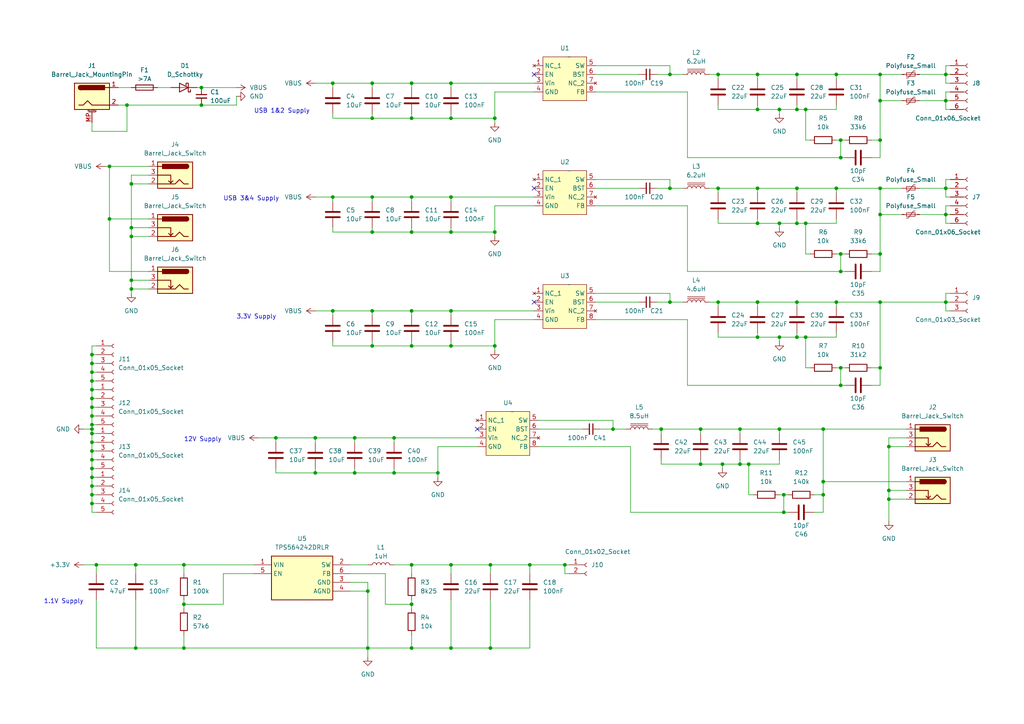
<source format=kicad_sch>
(kicad_sch (version 20230121) (generator eeschema)
  (paper "A4")
  (lib_symbols
    (symbol "Connector:Barrel_Jack_MountingPin" (pin_names hide)
      (property "Reference" "J" (at 0 5.334 0))
      (property "Value" "Barrel_Jack_MountingPin" (at 1.27 -6.35 0))
      (symbol "Barrel_Jack_MountingPin_1_1"
        (text "Mounting" (at 0 -4.191 0) (effects (font (size 0.381 0.381))))
        (pin passive line (at 7.62 2.54 180) (length 2.54) (name "~") (number "1"))
        (pin passive line (at 7.62 -2.54 180) (length 2.54) (name "~") (number "2"))
        (pin passive line (at 0 -7.62 90) (length 3.048) (name "MountPin") (number "MP"))
      )
    )
    (symbol "Connector:Barrel_Jack_Switch" (pin_names hide)
      (property "Reference" "J" (at 0 5.334 0))
      (property "Value" "Barrel_Jack_Switch" (at 0 -5.08 0))
      (symbol "Barrel_Jack_Switch_1_1"
        (pin passive line (at 7.62 2.54 180) (length 2.54) (name "~") (number "1"))
        (pin passive line (at 7.62 -2.54 180) (length 2.54) (name "~") (number "2"))
        (pin passive line (at 7.62 0 180) (length 2.54) (name "~") (number "3"))
      )
    )
    (symbol "Connector:Conn_01x02_Socket" (pin_names (offset 1.016) hide)
      (property "Reference" "J" (at 0 2.54 0))
      (property "Value" "Conn_01x02_Socket" (at 0 -5.08 0))
      (symbol "Conn_01x02_Socket_1_1"
        (pin passive line (at -5.08 0 0) (length 3.81) (name "Pin_1") (number "1"))
        (pin passive line (at -5.08 -2.54 0) (length 3.81) (name "Pin_2") (number "2"))
      )
    )
    (symbol "Connector:Conn_01x03_Socket" (pin_names (offset 1.016) hide)
      (property "Reference" "J" (at 0 5.08 0))
      (property "Value" "Conn_01x03_Socket" (at 0 -5.08 0))
      (symbol "Conn_01x03_Socket_1_1"
        (pin passive line (at -5.08 2.54 0) (length 3.81) (name "Pin_1") (number "1"))
        (pin passive line (at -5.08 0 0) (length 3.81) (name "Pin_2") (number "2"))
        (pin passive line (at -5.08 -2.54 0) (length 3.81) (name "Pin_3") (number "3"))
      )
    )
    (symbol "Connector:Conn_01x05_Socket" (pin_names (offset 1.016) hide)
      (property "Reference" "J" (at 0 7.62 0))
      (property "Value" "Conn_01x05_Socket" (at 0 -7.62 0))
      (symbol "Conn_01x05_Socket_1_1"
        (pin passive line (at -5.08 5.08 0) (length 3.81) (name "Pin_1") (number "1"))
        (pin passive line (at -5.08 2.54 0) (length 3.81) (name "Pin_2") (number "2"))
        (pin passive line (at -5.08 0 0) (length 3.81) (name "Pin_3") (number "3"))
        (pin passive line (at -5.08 -2.54 0) (length 3.81) (name "Pin_4") (number "4"))
        (pin passive line (at -5.08 -5.08 0) (length 3.81) (name "Pin_5") (number "5"))
      )
    )
    (symbol "Connector:Conn_01x06_Socket" (pin_names (offset 1.016) hide)
      (property "Reference" "J" (at 0 7.62 0))
      (property "Value" "Conn_01x06_Socket" (at 0 -10.16 0))
      (symbol "Conn_01x06_Socket_1_1"
        (pin passive line (at -5.08 5.08 0) (length 3.81) (name "Pin_1") (number "1"))
        (pin passive line (at -5.08 2.54 0) (length 3.81) (name "Pin_2") (number "2"))
        (pin passive line (at -5.08 0 0) (length 3.81) (name "Pin_3") (number "3"))
        (pin passive line (at -5.08 -2.54 0) (length 3.81) (name "Pin_4") (number "4"))
        (pin passive line (at -5.08 -5.08 0) (length 3.81) (name "Pin_5") (number "5"))
        (pin passive line (at -5.08 -7.62 0) (length 3.81) (name "Pin_6") (number "6"))
      )
    )
    (symbol "Device:C" (pin_numbers hide) (pin_names (offset 0.254))
      (property "Reference" "C" (at 0.635 2.54 0))
      (property "Value" "C" (at 0.635 -2.54 0))
      (symbol "C_1_1"
        (pin passive line (at 0 3.81 270) (length 2.794) (name "~") (number "1"))
        (pin passive line (at 0 -3.81 90) (length 2.794) (name "~") (number "2"))
      )
    )
    (symbol "Device:C_Small" (pin_numbers hide) (pin_names (offset 0.254) hide)
      (property "Reference" "C" (at 0.254 1.778 0))
      (property "Value" "C_Small" (at 0.254 -2.032 0))
      (symbol "C_Small_1_1"
        (pin passive line (at 0 2.54 270) (length 2.032) (name "~") (number "1"))
        (pin passive line (at 0 -2.54 90) (length 2.032) (name "~") (number "2"))
      )
    )
    (symbol "Device:D_Schottky" (pin_numbers hide) (pin_names (offset 1.016) hide)
      (property "Reference" "D" (at 0 2.54 0))
      (property "Value" "D_Schottky" (at 0 -2.54 0))
      (symbol "D_Schottky_1_1"
        (pin passive line (at -3.81 0 0) (length 2.54) (name "K") (number "1"))
        (pin passive line (at 3.81 0 180) (length 2.54) (name "A") (number "2"))
      )
    )
    (symbol "Device:Fuse" (pin_numbers hide) (pin_names (offset 0))
      (property "Reference" "F" (at 2.032 0 90))
      (property "Value" "Fuse" (at -1.905 0 90))
      (symbol "Fuse_1_1"
        (pin passive line (at 0 3.81 270) (length 1.27) (name "~") (number "1"))
        (pin passive line (at 0 -3.81 90) (length 1.27) (name "~") (number "2"))
      )
    )
    (symbol "Device:L" (pin_numbers hide) (pin_names (offset 1.016) hide)
      (property "Reference" "L" (at -1.27 0 90))
      (property "Value" "L" (at 1.905 0 90))
      (symbol "L_1_1"
        (pin passive line (at 0 3.81 270) (length 1.27) (name "1") (number "1"))
        (pin passive line (at 0 -3.81 90) (length 1.27) (name "2") (number "2"))
      )
    )
    (symbol "Device:L_Iron" (pin_numbers hide) (pin_names (offset 1.016) hide)
      (property "Reference" "L" (at -1.27 0 90))
      (property "Value" "L_Iron" (at 2.794 0 90))
      (symbol "L_Iron_1_1"
        (pin passive line (at 0 3.81 270) (length 1.27) (name "1") (number "1"))
        (pin passive line (at 0 -3.81 90) (length 1.27) (name "2") (number "2"))
      )
    )
    (symbol "Device:Polyfuse_Small" (pin_numbers hide) (pin_names (offset 0))
      (property "Reference" "F" (at -1.905 0 90))
      (property "Value" "Polyfuse_Small" (at 1.905 0 90))
      (symbol "Polyfuse_Small_1_1"
        (pin passive line (at 0 2.54 270) (length 0.635) (name "~") (number "1"))
        (pin passive line (at 0 -2.54 90) (length 0.635) (name "~") (number "2"))
      )
    )
    (symbol "Device:R" (pin_numbers hide) (pin_names (offset 0))
      (property "Reference" "R" (at 2.032 0 90))
      (property "Value" "R" (at 0 0 90))
      (symbol "R_1_1"
        (pin passive line (at 0 3.81 270) (length 1.27) (name "~") (number "1"))
        (pin passive line (at 0 -3.81 90) (length 1.27) (name "~") (number "2"))
      )
    )
    (symbol "TPS564242DRLR:TPS564242DRLR"
      (property "Reference" "IC" (at 24.13 7.62 0))
      (property "Value" "TPS564242DRLR" (at 24.13 5.08 0))
      (symbol "TPS564242DRLR_1_1"
        (pin passive line (at 0 0 0) (length 5.08) (name "VIN") (number "1"))
        (pin passive line (at 27.94 0 180) (length 5.08) (name "SW") (number "2"))
        (pin passive line (at 27.94 -5.08 180) (length 5.08) (name "GND") (number "3"))
        (pin passive line (at 27.94 -7.62 180) (length 5.08) (name "AGND") (number "4"))
        (pin passive line (at 0 -2.54 0) (length 5.08) (name "EN") (number "5"))
        (pin passive line (at 27.94 -2.54 180) (length 5.08) (name "FB") (number "6"))
      )
    )
    (symbol "Voltage_regulators:TPS563300DRLR"
      (property "Reference" "U" (at 0 2.54 0))
      (symbol "TPS563300DRLR_1_1"
        (pin no_connect line (at -10.16 -2.54 0) (length 2.54) (name "NC_1") (number "1"))
        (pin input line (at -10.16 -5.08 0) (length 2.54) (name "EN") (number "2"))
        (pin power_in line (at -10.16 -7.62 0) (length 2.54) (name "Vin") (number "3"))
        (pin power_in line (at -10.16 -10.16 0) (length 2.54) (name "GND") (number "4"))
        (pin output line (at 7.62 -2.54 180) (length 2.54) (name "SW") (number "5"))
        (pin output line (at 7.62 -5.08 180) (length 2.54) (name "BST") (number "6"))
        (pin no_connect line (at 7.62 -7.62 180) (length 2.54) (name "NC_2") (number "7"))
        (pin output line (at 7.62 -10.16 180) (length 2.54) (name "FB") (number "8"))
      )
    )
    (symbol "power:+3.3V" (power) (pin_names (offset 0))
      (property "Value" "+3.3V" (at 0 3.556 0))
      (symbol "+3.3V_1_1"
        (pin power_in line (at 0 0 90) (length 0) hide (name "+3.3V") (number "1"))
      )
    )
    (symbol "power:GND" (power) (pin_names (offset 0))
      (property "Value" "GND" (at 0 -3.81 0))
      (symbol "GND_1_1"
        (pin power_in line (at 0 0 270) (length 0) hide (name "GND") (number "1"))
      )
    )
    (symbol "power:VBUS" (power) (pin_names (offset 0))
      (property "Value" "VBUS" (at 0 3.81 0))
      (symbol "VBUS_1_1"
        (pin power_in line (at 0 0 90) (length 0) hide (name "VBUS") (number "1"))
      )
    )
  )
  (junction (at 219.71 31.75))
  (junction (at 130.81 57.15))
  (junction (at 143.51 34.29))
  (junction (at 26.67 120.65))
  (junction (at 257.81 129.54))
  (junction (at 243.84 73.66))
  (junction (at 194.31 54.61))
  (junction (at 191.77 124.46))
  (junction (at 114.3 137.16))
  (junction (at 194.31 87.63))
  (junction (at 142.24 163.83))
  (junction (at 217.17 134.62))
  (junction (at 208.28 54.61))
  (junction (at 119.38 175.26))
  (junction (at 107.95 24.13))
  (junction (at 26.67 107.95))
  (junction (at 226.06 97.79))
  (junction (at 26.67 105.41))
  (junction (at 226.06 31.75))
  (junction (at 107.95 34.29))
  (junction (at 233.68 64.77))
  (junction (at 130.81 67.31))
  (junction (at 231.14 21.59))
  (junction (at 274.32 87.63))
  (junction (at 26.67 133.35))
  (junction (at 26.67 124.46))
  (junction (at 119.38 90.17))
  (junction (at 119.38 67.31))
  (junction (at 274.32 29.21))
  (junction (at 233.68 97.79))
  (junction (at 219.71 87.63))
  (junction (at 106.68 187.96))
  (junction (at 243.84 40.64))
  (junction (at 231.14 31.75))
  (junction (at 80.01 127))
  (junction (at 102.87 137.16))
  (junction (at 177.8 124.46))
  (junction (at 255.27 40.64))
  (junction (at 107.95 100.33))
  (junction (at 219.71 97.79))
  (junction (at 231.14 54.61))
  (junction (at 107.95 57.15))
  (junction (at 274.32 21.59))
  (junction (at 255.27 54.61))
  (junction (at 257.81 142.24))
  (junction (at 238.76 139.7))
  (junction (at 142.24 187.96))
  (junction (at 39.37 187.96))
  (junction (at 233.68 31.75))
  (junction (at 127 137.16))
  (junction (at 242.57 87.63))
  (junction (at 226.06 64.77))
  (junction (at 38.1 53.34))
  (junction (at 38.1 81.28))
  (junction (at 114.3 127))
  (junction (at 238.76 124.46))
  (junction (at 214.63 124.46))
  (junction (at 208.28 21.59))
  (junction (at 219.71 64.77))
  (junction (at 255.27 106.68))
  (junction (at 26.67 123.19))
  (junction (at 38.1 66.04))
  (junction (at 219.71 54.61))
  (junction (at 257.81 144.78))
  (junction (at 38.1 83.82))
  (junction (at 130.81 100.33))
  (junction (at 26.67 102.87))
  (junction (at 231.14 87.63))
  (junction (at 153.67 163.83))
  (junction (at 58.42 25.4))
  (junction (at 143.51 100.33))
  (junction (at 39.37 163.83))
  (junction (at 243.84 78.74))
  (junction (at 26.67 110.49))
  (junction (at 208.28 87.63))
  (junction (at 214.63 134.62))
  (junction (at 58.42 30.48))
  (junction (at 119.38 163.83))
  (junction (at 106.68 171.45))
  (junction (at 242.57 21.59))
  (junction (at 130.81 163.83))
  (junction (at 96.52 90.17))
  (junction (at 242.57 54.61))
  (junction (at 255.27 62.23))
  (junction (at 26.67 138.43))
  (junction (at 130.81 187.96))
  (junction (at 119.38 24.13))
  (junction (at 102.87 127))
  (junction (at 26.67 135.89))
  (junction (at 107.95 90.17))
  (junction (at 209.55 134.62))
  (junction (at 243.84 111.76))
  (junction (at 91.44 127))
  (junction (at 26.67 128.27))
  (junction (at 255.27 21.59))
  (junction (at 203.2 124.46))
  (junction (at 119.38 57.15))
  (junction (at 255.27 29.21))
  (junction (at 53.34 175.26))
  (junction (at 26.67 115.57))
  (junction (at 255.27 73.66))
  (junction (at 53.34 187.96))
  (junction (at 194.31 21.59))
  (junction (at 130.81 34.29))
  (junction (at 219.71 21.59))
  (junction (at 36.83 30.48))
  (junction (at 227.33 148.59))
  (junction (at 31.75 63.5))
  (junction (at 227.33 143.51))
  (junction (at 119.38 34.29))
  (junction (at 231.14 97.79))
  (junction (at 91.44 137.16))
  (junction (at 53.34 163.83))
  (junction (at 231.14 64.77))
  (junction (at 107.95 67.31))
  (junction (at 119.38 187.96))
  (junction (at 26.67 130.81))
  (junction (at 26.67 118.11))
  (junction (at 130.81 90.17))
  (junction (at 238.76 143.51))
  (junction (at 163.83 163.83))
  (junction (at 226.06 124.46))
  (junction (at 243.84 45.72))
  (junction (at 255.27 87.63))
  (junction (at 27.94 163.83))
  (junction (at 243.84 106.68))
  (junction (at 31.75 48.26))
  (junction (at 96.52 24.13))
  (junction (at 274.32 54.61))
  (junction (at 130.81 24.13))
  (junction (at 96.52 57.15))
  (junction (at 203.2 134.62))
  (junction (at 143.51 67.31))
  (junction (at 274.32 62.23))
  (junction (at 26.67 140.97))
  (junction (at 26.67 143.51))
  (junction (at 38.1 68.58))
  (junction (at 26.67 113.03))
  (junction (at 26.67 125.73))
  (junction (at 119.38 100.33))
  (junction (at 26.67 146.05))
  (no_connect (at 154.94 21.59))
  (no_connect (at 154.94 87.63))
  (no_connect (at 138.43 124.46))
  (no_connect (at 154.94 54.61))
  (wire (pts (xy 238.76 124.46) (xy 262.89 124.46)))
  (wire (pts (xy 255.27 111.76) (xy 252.73 111.76)))
  (wire (pts (xy 101.6 171.45) (xy 106.68 171.45)))
  (wire (pts (xy 107.95 58.42) (xy 107.95 57.15)))
  (wire (pts (xy 26.67 118.11) (xy 27.94 118.11)))
  (wire (pts (xy 231.14 96.52) (xy 231.14 97.79)))
  (wire (pts (xy 231.14 64.77) (xy 233.68 64.77)))
  (wire (pts (xy 114.3 127) (xy 114.3 128.27)))
  (wire (pts (xy 252.73 73.66) (xy 255.27 73.66)))
  (wire (pts (xy 274.32 29.21) (xy 275.59 29.21)))
  (wire (pts (xy 172.72 19.05) (xy 194.31 19.05)))
  (wire (pts (xy 24.13 124.46) (xy 26.67 124.46)))
  (wire (pts (xy 214.63 124.46) (xy 226.06 124.46)))
  (wire (pts (xy 38.1 68.58) (xy 43.18 68.58)))
  (wire (pts (xy 255.27 54.61) (xy 261.62 54.61)))
  (wire (pts (xy 208.28 21.59) (xy 219.71 21.59)))
  (wire (pts (xy 96.52 100.33) (xy 107.95 100.33)))
  (wire (pts (xy 38.1 85.09) (xy 38.1 83.82)))
  (wire (pts (xy 26.67 143.51) (xy 26.67 140.97)))
  (wire (pts (xy 143.51 92.71) (xy 154.94 92.71)))
  (wire (pts (xy 31.75 63.5) (xy 31.75 78.74)))
  (wire (pts (xy 208.28 87.63) (xy 219.71 87.63)))
  (wire (pts (xy 238.76 139.7) (xy 238.76 143.51)))
  (wire (pts (xy 219.71 87.63) (xy 219.71 88.9)))
  (wire (pts (xy 26.67 107.95) (xy 26.67 110.49)))
  (wire (pts (xy 205.74 87.63) (xy 208.28 87.63)))
  (wire (pts (xy 274.32 21.59) (xy 275.59 21.59)))
  (wire (pts (xy 219.71 21.59) (xy 231.14 21.59)))
  (wire (pts (xy 255.27 40.64) (xy 255.27 45.72)))
  (wire (pts (xy 199.39 59.69) (xy 172.72 59.69)))
  (wire (pts (xy 243.84 73.66) (xy 243.84 78.74)))
  (wire (pts (xy 119.38 163.83) (xy 130.81 163.83)))
  (wire (pts (xy 227.33 148.59) (xy 228.6 148.59)))
  (wire (pts (xy 26.67 125.73) (xy 27.94 125.73)))
  (wire (pts (xy 39.37 187.96) (xy 39.37 173.99)))
  (wire (pts (xy 26.67 133.35) (xy 26.67 135.89)))
  (wire (pts (xy 208.28 54.61) (xy 219.71 54.61)))
  (wire (pts (xy 111.76 166.37) (xy 101.6 166.37)))
  (wire (pts (xy 106.68 171.45) (xy 106.68 168.91)))
  (wire (pts (xy 226.06 66.04) (xy 226.06 64.77)))
  (wire (pts (xy 138.43 127) (xy 114.3 127)))
  (wire (pts (xy 199.39 111.76) (xy 199.39 92.71)))
  (wire (pts (xy 242.57 73.66) (xy 243.84 73.66)))
  (wire (pts (xy 255.27 73.66) (xy 255.27 78.74)))
  (wire (pts (xy 119.38 67.31) (xy 119.38 66.04)))
  (wire (pts (xy 130.81 24.13) (xy 119.38 24.13)))
  (wire (pts (xy 119.38 34.29) (xy 119.38 33.02)))
  (wire (pts (xy 203.2 133.35) (xy 203.2 134.62)))
  (wire (pts (xy 26.67 124.46) (xy 26.67 125.73)))
  (wire (pts (xy 274.32 87.63) (xy 275.59 87.63)))
  (wire (pts (xy 266.7 29.21) (xy 274.32 29.21)))
  (wire (pts (xy 142.24 163.83) (xy 153.67 163.83)))
  (wire (pts (xy 26.67 105.41) (xy 27.94 105.41)))
  (wire (pts (xy 255.27 21.59) (xy 261.62 21.59)))
  (wire (pts (xy 238.76 143.51) (xy 238.76 148.59)))
  (wire (pts (xy 226.06 33.02) (xy 226.06 31.75)))
  (wire (pts (xy 27.94 163.83) (xy 27.94 166.37)))
  (wire (pts (xy 226.06 31.75) (xy 231.14 31.75)))
  (wire (pts (xy 119.38 184.15) (xy 119.38 187.96)))
  (wire (pts (xy 107.95 24.13) (xy 96.52 24.13)))
  (wire (pts (xy 26.67 146.05) (xy 27.94 146.05)))
  (wire (pts (xy 231.14 30.48) (xy 231.14 31.75)))
  (wire (pts (xy 154.94 57.15) (xy 130.81 57.15)))
  (wire (pts (xy 257.81 151.13) (xy 257.81 144.78)))
  (wire (pts (xy 53.34 187.96) (xy 53.34 184.15)))
  (wire (pts (xy 274.32 21.59) (xy 274.32 19.05)))
  (wire (pts (xy 38.1 81.28) (xy 43.18 81.28)))
  (wire (pts (xy 127 129.54) (xy 138.43 129.54)))
  (wire (pts (xy 274.32 90.17) (xy 275.59 90.17)))
  (wire (pts (xy 91.44 127) (xy 102.87 127)))
  (wire (pts (xy 107.95 100.33) (xy 107.95 99.06)))
  (wire (pts (xy 205.74 54.61) (xy 208.28 54.61)))
  (wire (pts (xy 173.99 124.46) (xy 177.8 124.46)))
  (wire (pts (xy 274.32 87.63) (xy 274.32 85.09)))
  (wire (pts (xy 226.06 64.77) (xy 219.71 64.77)))
  (wire (pts (xy 257.81 129.54) (xy 262.89 129.54)))
  (wire (pts (xy 199.39 92.71) (xy 172.72 92.71)))
  (wire (pts (xy 274.32 54.61) (xy 275.59 54.61)))
  (wire (pts (xy 119.38 187.96) (xy 130.81 187.96)))
  (wire (pts (xy 26.67 143.51) (xy 27.94 143.51)))
  (wire (pts (xy 194.31 87.63) (xy 198.12 87.63)))
  (wire (pts (xy 30.48 48.26) (xy 31.75 48.26)))
  (wire (pts (xy 26.67 124.46) (xy 26.67 123.19)))
  (wire (pts (xy 163.83 163.83) (xy 163.83 166.37)))
  (wire (pts (xy 238.76 148.59) (xy 236.22 148.59)))
  (wire (pts (xy 142.24 163.83) (xy 142.24 166.37)))
  (wire (pts (xy 190.5 87.63) (xy 194.31 87.63)))
  (wire (pts (xy 182.88 148.59) (xy 182.88 129.54)))
  (wire (pts (xy 274.32 85.09) (xy 275.59 85.09)))
  (wire (pts (xy 26.67 135.89) (xy 27.94 135.89)))
  (wire (pts (xy 231.14 54.61) (xy 242.57 54.61)))
  (wire (pts (xy 231.14 54.61) (xy 231.14 55.88)))
  (wire (pts (xy 45.72 25.4) (xy 49.53 25.4)))
  (wire (pts (xy 130.81 163.83) (xy 142.24 163.83)))
  (wire (pts (xy 274.32 52.07) (xy 275.59 52.07)))
  (wire (pts (xy 243.84 45.72) (xy 199.39 45.72)))
  (wire (pts (xy 26.67 115.57) (xy 27.94 115.57)))
  (wire (pts (xy 91.44 137.16) (xy 102.87 137.16)))
  (wire (pts (xy 226.06 64.77) (xy 231.14 64.77)))
  (wire (pts (xy 274.32 19.05) (xy 275.59 19.05)))
  (wire (pts (xy 209.55 135.89) (xy 209.55 134.62)))
  (wire (pts (xy 219.71 64.77) (xy 208.28 64.77)))
  (wire (pts (xy 31.75 78.74) (xy 43.18 78.74)))
  (wire (pts (xy 257.81 129.54) (xy 257.81 127)))
  (wire (pts (xy 26.67 135.89) (xy 26.67 138.43)))
  (wire (pts (xy 194.31 85.09) (xy 194.31 87.63)))
  (wire (pts (xy 91.44 24.13) (xy 96.52 24.13)))
  (wire (pts (xy 154.94 90.17) (xy 130.81 90.17)))
  (wire (pts (xy 80.01 127) (xy 80.01 128.27)))
  (wire (pts (xy 226.06 124.46) (xy 238.76 124.46)))
  (wire (pts (xy 119.38 100.33) (xy 119.38 99.06)))
  (wire (pts (xy 26.67 123.19) (xy 27.94 123.19)))
  (wire (pts (xy 143.51 26.67) (xy 143.51 34.29)))
  (wire (pts (xy 143.51 26.67) (xy 154.94 26.67)))
  (wire (pts (xy 143.51 101.6) (xy 143.51 100.33)))
  (wire (pts (xy 26.67 110.49) (xy 27.94 110.49)))
  (wire (pts (xy 255.27 62.23) (xy 255.27 73.66)))
  (wire (pts (xy 26.67 120.65) (xy 27.94 120.65)))
  (wire (pts (xy 242.57 21.59) (xy 255.27 21.59)))
  (wire (pts (xy 177.8 121.92) (xy 177.8 124.46)))
  (wire (pts (xy 91.44 127) (xy 80.01 127)))
  (wire (pts (xy 130.81 67.31) (xy 130.81 66.04)))
  (wire (pts (xy 252.73 106.68) (xy 255.27 106.68)))
  (wire (pts (xy 73.66 166.37) (xy 64.77 166.37)))
  (wire (pts (xy 266.7 54.61) (xy 274.32 54.61)))
  (wire (pts (xy 227.33 148.59) (xy 182.88 148.59)))
  (wire (pts (xy 38.1 53.34) (xy 38.1 50.8)))
  (wire (pts (xy 199.39 26.67) (xy 172.72 26.67)))
  (wire (pts (xy 27.94 187.96) (xy 27.94 173.99)))
  (wire (pts (xy 107.95 100.33) (xy 119.38 100.33)))
  (wire (pts (xy 57.15 25.4) (xy 58.42 25.4)))
  (wire (pts (xy 38.1 81.28) (xy 38.1 68.58)))
  (wire (pts (xy 119.38 163.83) (xy 119.38 166.37)))
  (wire (pts (xy 38.1 66.04) (xy 38.1 53.34)))
  (wire (pts (xy 26.67 110.49) (xy 26.67 113.03)))
  (wire (pts (xy 255.27 29.21) (xy 255.27 21.59)))
  (wire (pts (xy 39.37 163.83) (xy 27.94 163.83)))
  (wire (pts (xy 266.7 21.59) (xy 274.32 21.59)))
  (wire (pts (xy 53.34 175.26) (xy 53.34 176.53)))
  (wire (pts (xy 130.81 187.96) (xy 130.81 173.99)))
  (wire (pts (xy 242.57 97.79) (xy 242.57 96.52)))
  (wire (pts (xy 274.32 87.63) (xy 274.32 90.17)))
  (wire (pts (xy 38.1 66.04) (xy 43.18 66.04)))
  (wire (pts (xy 96.52 67.31) (xy 107.95 67.31)))
  (wire (pts (xy 156.21 121.92) (xy 177.8 121.92)))
  (wire (pts (xy 243.84 45.72) (xy 245.11 45.72)))
  (wire (pts (xy 153.67 187.96) (xy 153.67 173.99)))
  (wire (pts (xy 208.28 87.63) (xy 208.28 88.9)))
  (wire (pts (xy 64.77 175.26) (xy 53.34 175.26)))
  (wire (pts (xy 39.37 187.96) (xy 27.94 187.96)))
  (wire (pts (xy 96.52 57.15) (xy 96.52 58.42)))
  (wire (pts (xy 91.44 128.27) (xy 91.44 127)))
  (wire (pts (xy 257.81 144.78) (xy 262.89 144.78)))
  (wire (pts (xy 219.71 96.52) (xy 219.71 97.79)))
  (wire (pts (xy 26.67 102.87) (xy 26.67 100.33)))
  (wire (pts (xy 24.13 163.83) (xy 27.94 163.83)))
  (wire (pts (xy 274.32 64.77) (xy 275.59 64.77)))
  (wire (pts (xy 143.51 59.69) (xy 143.51 67.31)))
  (wire (pts (xy 190.5 54.61) (xy 194.31 54.61)))
  (wire (pts (xy 233.68 73.66) (xy 233.68 64.77)))
  (wire (pts (xy 172.72 85.09) (xy 194.31 85.09)))
  (wire (pts (xy 68.58 30.48) (xy 68.58 27.94)))
  (wire (pts (xy 143.51 68.58) (xy 143.51 67.31)))
  (wire (pts (xy 26.67 102.87) (xy 27.94 102.87)))
  (wire (pts (xy 26.67 128.27) (xy 26.67 125.73)))
  (wire (pts (xy 38.1 68.58) (xy 38.1 66.04)))
  (wire (pts (xy 242.57 54.61) (xy 242.57 55.88)))
  (wire (pts (xy 219.71 54.61) (xy 219.71 55.88)))
  (wire (pts (xy 233.68 97.79) (xy 242.57 97.79)))
  (wire (pts (xy 231.14 63.5) (xy 231.14 64.77)))
  (wire (pts (xy 130.81 57.15) (xy 130.81 58.42)))
  (wire (pts (xy 36.83 30.48) (xy 58.42 30.48)))
  (wire (pts (xy 209.55 134.62) (xy 214.63 134.62)))
  (wire (pts (xy 119.38 173.99) (xy 119.38 175.26)))
  (wire (pts (xy 255.27 87.63) (xy 274.32 87.63)))
  (wire (pts (xy 26.67 148.59) (xy 27.94 148.59)))
  (wire (pts (xy 26.67 118.11) (xy 26.67 115.57)))
  (wire (pts (xy 226.06 97.79) (xy 231.14 97.79)))
  (wire (pts (xy 231.14 31.75) (xy 233.68 31.75)))
  (wire (pts (xy 26.67 138.43) (xy 27.94 138.43)))
  (wire (pts (xy 199.39 45.72) (xy 199.39 26.67)))
  (wire (pts (xy 74.93 127) (xy 80.01 127)))
  (wire (pts (xy 203.2 124.46) (xy 214.63 124.46)))
  (wire (pts (xy 266.7 62.23) (xy 274.32 62.23)))
  (wire (pts (xy 101.6 163.83) (xy 106.68 163.83)))
  (wire (pts (xy 238.76 124.46) (xy 238.76 139.7)))
  (wire (pts (xy 106.68 187.96) (xy 106.68 171.45)))
  (wire (pts (xy 96.52 24.13) (xy 96.52 25.4)))
  (wire (pts (xy 219.71 87.63) (xy 231.14 87.63)))
  (wire (pts (xy 233.68 31.75) (xy 242.57 31.75)))
  (wire (pts (xy 242.57 21.59) (xy 242.57 22.86)))
  (wire (pts (xy 130.81 100.33) (xy 130.81 99.06)))
  (wire (pts (xy 226.06 97.79) (xy 219.71 97.79)))
  (wire (pts (xy 234.95 40.64) (xy 233.68 40.64)))
  (wire (pts (xy 257.81 144.78) (xy 257.81 142.24)))
  (wire (pts (xy 156.21 124.46) (xy 168.91 124.46)))
  (wire (pts (xy 107.95 24.13) (xy 119.38 24.13)))
  (wire (pts (xy 219.71 21.59) (xy 219.71 22.86)))
  (wire (pts (xy 26.67 133.35) (xy 27.94 133.35)))
  (wire (pts (xy 255.27 62.23) (xy 261.62 62.23)))
  (wire (pts (xy 203.2 124.46) (xy 203.2 125.73)))
  (wire (pts (xy 172.72 21.59) (xy 185.42 21.59)))
  (wire (pts (xy 130.81 163.83) (xy 130.81 166.37)))
  (wire (pts (xy 102.87 127) (xy 102.87 128.27)))
  (wire (pts (xy 257.81 127) (xy 262.89 127)))
  (wire (pts (xy 143.51 59.69) (xy 154.94 59.69)))
  (wire (pts (xy 80.01 137.16) (xy 80.01 135.89)))
  (wire (pts (xy 219.71 63.5) (xy 219.71 64.77)))
  (wire (pts (xy 274.32 54.61) (xy 274.32 57.15)))
  (wire (pts (xy 226.06 99.06) (xy 226.06 97.79)))
  (wire (pts (xy 107.95 67.31) (xy 119.38 67.31)))
  (wire (pts (xy 274.32 29.21) (xy 274.32 26.67)))
  (wire (pts (xy 153.67 163.83) (xy 163.83 163.83)))
  (wire (pts (xy 106.68 187.96) (xy 53.34 187.96)))
  (wire (pts (xy 26.67 130.81) (xy 27.94 130.81)))
  (wire (pts (xy 73.66 163.83) (xy 53.34 163.83)))
  (wire (pts (xy 38.1 83.82) (xy 38.1 81.28)))
  (wire (pts (xy 130.81 24.13) (xy 130.81 25.4)))
  (wire (pts (xy 214.63 134.62) (xy 217.17 134.62)))
  (wire (pts (xy 274.32 21.59) (xy 274.32 24.13)))
  (wire (pts (xy 58.42 25.4) (xy 68.58 25.4)))
  (wire (pts (xy 233.68 40.64) (xy 233.68 31.75)))
  (wire (pts (xy 114.3 127) (xy 102.87 127)))
  (wire (pts (xy 107.95 34.29) (xy 119.38 34.29)))
  (wire (pts (xy 231.14 21.59) (xy 231.14 22.86)))
  (wire (pts (xy 114.3 137.16) (xy 114.3 135.89)))
  (wire (pts (xy 26.67 100.33) (xy 27.94 100.33)))
  (wire (pts (xy 238.76 139.7) (xy 262.89 139.7)))
  (wire (pts (xy 208.28 54.61) (xy 208.28 55.88)))
  (wire (pts (xy 91.44 137.16) (xy 91.44 135.89)))
  (wire (pts (xy 38.1 50.8) (xy 43.18 50.8)))
  (wire (pts (xy 107.95 57.15) (xy 119.38 57.15)))
  (wire (pts (xy 194.31 21.59) (xy 198.12 21.59)))
  (wire (pts (xy 218.44 143.51) (xy 217.17 143.51)))
  (wire (pts (xy 53.34 175.26) (xy 53.34 173.99)))
  (wire (pts (xy 107.95 90.17) (xy 119.38 90.17)))
  (wire (pts (xy 172.72 52.07) (xy 194.31 52.07)))
  (wire (pts (xy 130.81 100.33) (xy 143.51 100.33)))
  (wire (pts (xy 142.24 173.99) (xy 142.24 187.96)))
  (wire (pts (xy 119.38 57.15) (xy 119.38 58.42)))
  (wire (pts (xy 274.32 54.61) (xy 274.32 52.07)))
  (wire (pts (xy 111.76 175.26) (xy 111.76 166.37)))
  (wire (pts (xy 226.06 134.62) (xy 226.06 133.35)))
  (wire (pts (xy 233.68 64.77) (xy 242.57 64.77)))
  (wire (pts (xy 34.29 30.48) (xy 36.83 30.48)))
  (wire (pts (xy 242.57 64.77) (xy 242.57 63.5)))
  (wire (pts (xy 130.81 57.15) (xy 119.38 57.15)))
  (wire (pts (xy 214.63 133.35) (xy 214.63 134.62)))
  (wire (pts (xy 194.31 52.07) (xy 194.31 54.61)))
  (wire (pts (xy 274.32 24.13) (xy 275.59 24.13)))
  (wire (pts (xy 205.74 21.59) (xy 208.28 21.59)))
  (wire (pts (xy 234.95 106.68) (xy 233.68 106.68)))
  (wire (pts (xy 26.67 105.41) (xy 26.67 102.87)))
  (wire (pts (xy 163.83 166.37) (xy 165.1 166.37)))
  (wire (pts (xy 114.3 137.16) (xy 127 137.16)))
  (wire (pts (xy 107.95 91.44) (xy 107.95 90.17)))
  (wire (pts (xy 172.72 87.63) (xy 185.42 87.63)))
  (wire (pts (xy 64.77 166.37) (xy 64.77 175.26)))
  (wire (pts (xy 119.38 67.31) (xy 130.81 67.31)))
  (wire (pts (xy 130.81 90.17) (xy 119.38 90.17)))
  (wire (pts (xy 194.31 19.05) (xy 194.31 21.59)))
  (wire (pts (xy 34.29 25.4) (xy 38.1 25.4)))
  (wire (pts (xy 274.32 57.15) (xy 275.59 57.15)))
  (wire (pts (xy 243.84 78.74) (xy 199.39 78.74)))
  (wire (pts (xy 26.67 130.81) (xy 26.67 128.27)))
  (wire (pts (xy 199.39 78.74) (xy 199.39 59.69)))
  (wire (pts (xy 208.28 21.59) (xy 208.28 22.86)))
  (wire (pts (xy 255.27 106.68) (xy 255.27 111.76)))
  (wire (pts (xy 153.67 163.83) (xy 153.67 166.37)))
  (wire (pts (xy 130.81 34.29) (xy 130.81 33.02)))
  (wire (pts (xy 96.52 34.29) (xy 96.52 33.02)))
  (wire (pts (xy 234.95 73.66) (xy 233.68 73.66)))
  (wire (pts (xy 236.22 143.51) (xy 238.76 143.51)))
  (wire (pts (xy 26.67 130.81) (xy 26.67 133.35)))
  (wire (pts (xy 208.28 31.75) (xy 208.28 30.48)))
  (wire (pts (xy 127 138.43) (xy 127 137.16)))
  (wire (pts (xy 96.52 34.29) (xy 107.95 34.29)))
  (wire (pts (xy 119.38 34.29) (xy 130.81 34.29)))
  (wire (pts (xy 191.77 134.62) (xy 191.77 133.35)))
  (wire (pts (xy 107.95 67.31) (xy 107.95 66.04)))
  (wire (pts (xy 274.32 62.23) (xy 275.59 62.23)))
  (wire (pts (xy 242.57 87.63) (xy 242.57 88.9)))
  (wire (pts (xy 214.63 124.46) (xy 214.63 125.73)))
  (wire (pts (xy 26.67 105.41) (xy 26.67 107.95)))
  (wire (pts (xy 26.67 120.65) (xy 26.67 123.19)))
  (wire (pts (xy 130.81 187.96) (xy 142.24 187.96)))
  (wire (pts (xy 96.52 67.31) (xy 96.52 66.04)))
  (wire (pts (xy 219.71 31.75) (xy 208.28 31.75)))
  (wire (pts (xy 91.44 90.17) (xy 96.52 90.17)))
  (wire (pts (xy 182.88 129.54) (xy 156.21 129.54)))
  (wire (pts (xy 274.32 59.69) (xy 275.59 59.69)))
  (wire (pts (xy 209.55 134.62) (xy 203.2 134.62)))
  (wire (pts (xy 226.06 31.75) (xy 219.71 31.75)))
  (wire (pts (xy 231.14 87.63) (xy 231.14 88.9)))
  (wire (pts (xy 26.67 146.05) (xy 26.67 148.59)))
  (wire (pts (xy 154.94 24.13) (xy 130.81 24.13)))
  (wire (pts (xy 274.32 26.67) (xy 275.59 26.67)))
  (wire (pts (xy 38.1 53.34) (xy 43.18 53.34)))
  (wire (pts (xy 242.57 54.61) (xy 255.27 54.61)))
  (wire (pts (xy 96.52 90.17) (xy 96.52 91.44)))
  (wire (pts (xy 107.95 25.4) (xy 107.95 24.13)))
  (wire (pts (xy 189.23 124.46) (xy 191.77 124.46)))
  (wire (pts (xy 172.72 54.61) (xy 185.42 54.61)))
  (wire (pts (xy 190.5 21.59) (xy 194.31 21.59)))
  (wire (pts (xy 114.3 163.83) (xy 119.38 163.83)))
  (wire (pts (xy 219.71 30.48) (xy 219.71 31.75)))
  (wire (pts (xy 219.71 97.79) (xy 208.28 97.79)))
  (wire (pts (xy 242.57 31.75) (xy 242.57 30.48)))
  (wire (pts (xy 107.95 34.29) (xy 107.95 33.02)))
  (wire (pts (xy 26.67 35.56) (xy 26.67 38.1)))
  (wire (pts (xy 217.17 134.62) (xy 226.06 134.62)))
  (wire (pts (xy 252.73 40.64) (xy 255.27 40.64)))
  (wire (pts (xy 58.42 30.48) (xy 68.58 30.48)))
  (wire (pts (xy 31.75 63.5) (xy 43.18 63.5)))
  (wire (pts (xy 130.81 67.31) (xy 143.51 67.31)))
  (wire (pts (xy 243.84 73.66) (xy 245.11 73.66)))
  (wire (pts (xy 143.51 92.71) (xy 143.51 100.33)))
  (wire (pts (xy 143.51 35.56) (xy 143.51 34.29)))
  (wire (pts (xy 255.27 29.21) (xy 255.27 40.64)))
  (wire (pts (xy 163.83 163.83) (xy 165.1 163.83)))
  (wire (pts (xy 106.68 168.91) (xy 101.6 168.91)))
  (wire (pts (xy 191.77 124.46) (xy 191.77 125.73)))
  (wire (pts (xy 231.14 21.59) (xy 242.57 21.59)))
  (wire (pts (xy 208.28 64.77) (xy 208.28 63.5)))
  (wire (pts (xy 191.77 124.46) (xy 203.2 124.46)))
  (wire (pts (xy 39.37 163.83) (xy 39.37 166.37)))
  (wire (pts (xy 26.67 115.57) (xy 26.67 113.03)))
  (wire (pts (xy 26.67 107.95) (xy 27.94 107.95)))
  (wire (pts (xy 274.32 29.21) (xy 274.32 31.75)))
  (wire (pts (xy 274.32 62.23) (xy 274.32 64.77)))
  (wire (pts (xy 102.87 137.16) (xy 114.3 137.16)))
  (wire (pts (xy 38.1 83.82) (xy 43.18 83.82)))
  (wire (pts (xy 243.84 40.64) (xy 245.11 40.64)))
  (wire (pts (xy 226.06 143.51) (xy 227.33 143.51)))
  (wire (pts (xy 243.84 78.74) (xy 245.11 78.74)))
  (wire (pts (xy 242.57 40.64) (xy 243.84 40.64)))
  (wire (pts (xy 243.84 111.76) (xy 199.39 111.76)))
  (wire (pts (xy 243.84 111.76) (xy 245.11 111.76)))
  (wire (pts (xy 107.95 90.17) (xy 96.52 90.17)))
  (wire (pts (xy 194.31 54.61) (xy 198.12 54.61)))
  (wire (pts (xy 106.68 190.5) (xy 106.68 187.96)))
  (wire (pts (xy 257.81 142.24) (xy 262.89 142.24)))
  (wire (pts (xy 274.32 31.75) (xy 275.59 31.75)))
  (wire (pts (xy 255.27 87.63) (xy 255.27 106.68)))
  (wire (pts (xy 233.68 106.68) (xy 233.68 97.79)))
  (wire (pts (xy 227.33 143.51) (xy 227.33 148.59)))
  (wire (pts (xy 26.67 140.97) (xy 26.67 138.43)))
  (wire (pts (xy 26.67 140.97) (xy 27.94 140.97)))
  (wire (pts (xy 257.81 142.24) (xy 257.81 129.54)))
  (wire (pts (xy 31.75 48.26) (xy 31.75 63.5)))
  (wire (pts (xy 243.84 106.68) (xy 243.84 111.76)))
  (wire (pts (xy 255.27 78.74) (xy 252.73 78.74)))
  (wire (pts (xy 255.27 45.72) (xy 252.73 45.72)))
  (wire (pts (xy 203.2 134.62) (xy 191.77 134.62)))
  (wire (pts (xy 26.67 113.03) (xy 27.94 113.03)))
  (wire (pts (xy 119.38 175.26) (xy 119.38 176.53)))
  (wire (pts (xy 80.01 137.16) (xy 91.44 137.16)))
  (wire (pts (xy 142.24 187.96) (xy 153.67 187.96)))
  (wire (pts (xy 26.67 118.11) (xy 26.67 120.65)))
  (wire (pts (xy 255.27 62.23) (xy 255.27 54.61)))
  (wire (pts (xy 130.81 90.17) (xy 130.81 91.44)))
  (wire (pts (xy 96.52 100.33) (xy 96.52 99.06)))
  (wire (pts (xy 53.34 163.83) (xy 53.34 166.37)))
  (wire (pts (xy 243.84 40.64) (xy 243.84 45.72)))
  (wire (pts (xy 119.38 187.96) (xy 106.68 187.96)))
  (wire (pts (xy 255.27 29.21) (xy 261.62 29.21)))
  (wire (pts (xy 119.38 90.17) (xy 119.38 91.44)))
  (wire (pts (xy 119.38 175.26) (xy 111.76 175.26)))
  (wire (pts (xy 243.84 106.68) (xy 245.11 106.68)))
  (wire (pts (xy 102.87 137.16) (xy 102.87 135.89)))
  (wire (pts (xy 107.95 57.15) (xy 96.52 57.15)))
  (wire (pts (xy 26.67 38.1) (xy 36.83 38.1)))
  (wire (pts (xy 91.44 57.15) (xy 96.52 57.15)))
  (wire (pts (xy 36.83 30.48) (xy 36.83 38.1)))
  (wire (pts (xy 274.32 62.23) (xy 274.32 59.69)))
  (wire (pts (xy 177.8 124.46) (xy 181.61 124.46)))
  (wire (pts (xy 208.28 97.79) (xy 208.28 96.52)))
  (wire (pts (xy 127 129.54) (xy 127 137.16)))
  (wire (pts (xy 242.57 87.63) (xy 255.27 87.63)))
  (wire (pts (xy 130.81 34.29) (xy 143.51 34.29)))
  (wire (pts (xy 53.34 187.96) (xy 39.37 187.96)))
  (wire (pts (xy 231.14 97.79) (xy 233.68 97.79)))
  (wire (pts (xy 26.67 143.51) (xy 26.67 146.05)))
  (wire (pts (xy 217.17 143.51) (xy 217.17 134.62)))
  (wire (pts (xy 227.33 143.51) (xy 228.6 143.51)))
  (wire (pts (xy 231.14 87.63) (xy 242.57 87.63)))
  (wire (pts (xy 119.38 100.33) (xy 130.81 100.33)))
  (wire (pts (xy 226.06 124.46) (xy 226.06 125.73)))
  (wire (pts (xy 119.38 24.13) (xy 119.38 25.4)))
  (wire (pts (xy 219.71 54.61) (xy 231.14 54.61)))
  (wire (pts (xy 26.67 128.27) (xy 27.94 128.27)))
  (wire (pts (xy 31.75 48.26) (xy 43.18 48.26)))
  (wire (pts (xy 53.34 163.83) (xy 39.37 163.83)))
  (wire (pts (xy 242.57 106.68) (xy 243.84 106.68)))
  (text "USB 1&2 Supply" (at 73.66 33.02 0) (effects (font (size 1.27 1.27)) (justify left bottom)))
  (text "1.1V Supply" (at 12.7 175.26 0) (effects (font (size 1.27 1.27)) (justify left bottom)))
  (text "3.3V Supply" (at 68.58 92.71 0) (effects (font (size 1.27 1.27)) (justify left bottom)))
  (text "12V Supply" (at 53.34 128.27 0) (effects (font (size 1.27 1.27)) (justify left bottom)))
  (text "USB 3&4 Supply" (at 64.77 58.42 0) (effects (font (size 1.27 1.27)) (justify left bottom)))
  (symbol (lib_id "power:VBUS") (at 91.44 24.13 90) (unit 1)
    (property "Reference" "#PWR04" (effects hide))
    (property "Value" "VBUS" (at 87.63 24.13 90) (effects (justify left)))
  )
  (symbol (lib_id "power:GND") (at 38.1 85.09 0) (unit 1)
    (property "Reference" "#PWR021" (effects hide))
    (property "Value" "GND" (at 38.1 90.17 0))
  )
  (symbol (lib_id "Connector:Conn_01x02_Socket") (at 170.18 163.83 0) (unit 1)
    (property "Reference" "J10" (at 171.45 163.83 0) (effects (justify left)))
    (property "Value" "Conn_01x02_Socket" (at 163.83 160.02 0) (effects (justify left)))
    (property "Footprint" "Connector_PinHeader_2.54mm:PinHeader_1x02_P2.54mm_Vertical" (effects hide))
  )
  (symbol (lib_id "Device:C") (at 191.77 129.54 0) (unit 1)
    (property "Reference" "C42" (at 195.58 128.27 0) (effects (justify left)))
    (property "Value" "22uF" (at 195.58 130.81 0) (effects (justify left)))
    (property "Footprint" "Capacitor_SMD:C_1210_3225Metric" (effects hide))
  )
  (symbol (lib_id "power:GND") (at 68.58 27.94 90) (unit 1)
    (property "Reference" "#PWR02" (effects hide))
    (property "Value" "GND" (at 72.39 27.94 90) (effects (justify right)))
  )
  (symbol (lib_id "Device:C_Small") (at 187.96 21.59 270) (unit 1)
    (property "Reference" "C19" (at 190.5 24.13 90))
    (property "Value" "100nF" (at 184.15 24.13 90))
    (property "Footprint" "Capacitor_SMD:C_0805_2012Metric" (effects hide))
  )
  (symbol (lib_id "Device:C_Small") (at 187.96 87.63 270) (unit 1)
    (property "Reference" "C21" (at 190.5 90.17 90))
    (property "Value" "100nF" (at 184.15 90.17 90))
    (property "Footprint" "Capacitor_SMD:C_0805_2012Metric" (effects hide))
  )
  (symbol (lib_id "Connector:Conn_01x05_Socket") (at 33.02 118.11 0) (unit 1)
    (property "Reference" "J12" (at 34.29 116.84 0) (effects (justify left)))
    (property "Value" "Conn_01x05_Socket" (at 34.29 119.38 0) (effects (justify left)))
    (property "Footprint" "Connector_PinHeader_2.54mm:PinHeader_1x05_P2.54mm_Vertical" (effects hide))
  )
  (symbol (lib_id "Connector:Conn_01x03_Socket") (at 280.67 87.63 0) (unit 1)
    (property "Reference" "J9" (at 281.94 86.36 0) (effects (justify left)))
    (property "Value" "Conn_01x03_Socket" (at 265.43 92.71 0) (effects (justify left)))
    (property "Footprint" "Connector_PinHeader_2.54mm:PinHeader_1x03_P2.54mm_Vertical" (effects hide))
  )
  (symbol (lib_id "Device:R") (at 222.25 143.51 90) (unit 1)
    (property "Reference" "R11" (at 222.25 137.16 90))
    (property "Value" "10k" (at 222.25 139.7 90))
    (property "Footprint" "Resistor_SMD:R_0603_1608Metric" (effects hide))
  )
  (symbol (lib_id "Device:C") (at 208.28 59.69 0) (unit 1)
    (property "Reference" "C23" (at 212.09 58.42 0) (effects (justify left)))
    (property "Value" "22uF" (at 212.09 60.96 0) (effects (justify left)))
    (property "Footprint" "Capacitor_SMD:C_1210_3225Metric" (effects hide))
  )
  (symbol (lib_id "power:VBUS") (at 91.44 57.15 90) (unit 1)
    (property "Reference" "#PWR05" (effects hide))
    (property "Value" "VBUS" (at 87.63 57.15 90) (effects (justify left)))
  )
  (symbol (lib_id "Device:C") (at 242.57 92.71 0) (unit 1)
    (property "Reference" "C33" (at 246.38 91.44 0) (effects (justify left)))
    (property "Value" "100nF" (at 246.38 93.98 0) (effects (justify left)))
    (property "Footprint" "Capacitor_SMD:C_0805_2012Metric" (effects hide))
  )
  (symbol (lib_id "power:GND") (at 143.51 35.56 0) (unit 1)
    (property "Reference" "#PWR08" (effects hide))
    (property "Value" "GND" (at 143.51 40.64 0))
  )
  (symbol (lib_id "Device:R") (at 238.76 40.64 90) (unit 1)
    (property "Reference" "R5" (at 238.76 34.29 90))
    (property "Value" "10k" (at 238.76 36.83 90))
    (property "Footprint" "Resistor_SMD:R_0603_1608Metric" (effects hide))
  )
  (symbol (lib_id "power:GND") (at 24.13 124.46 270) (unit 1)
    (property "Reference" "#PWR015" (effects hide))
    (property "Value" "GND" (at 20.32 124.46 90) (effects (justify right)))
  )
  (symbol (lib_id "power:GND") (at 226.06 99.06 0) (unit 1)
    (property "Reference" "#PWR014" (effects hide))
    (property "Value" "GND" (at 226.06 104.14 0))
  )
  (symbol (lib_id "Device:L_Iron") (at 201.93 54.61 90) (unit 1)
    (property "Reference" "L3" (at 201.93 48.26 90))
    (property "Value" "6.2uH" (at 201.93 50.8 90))
    (property "Footprint" "Inductor_SMD:L_Bourns_SRP7028A_7.3x6.6mm" (effects hide))
  )
  (symbol (lib_id "Device:C") (at 96.52 95.25 0) (unit 1)
    (property "Reference" "C6" (at 100.33 93.98 0) (effects (justify left)))
    (property "Value" "10uF" (at 100.33 96.52 0) (effects (justify left)))
    (property "Footprint" "Capacitor_SMD:C_0805_2012Metric" (effects hide))
  )
  (symbol (lib_id "power:GND") (at 226.06 33.02 0) (unit 1)
    (property "Reference" "#PWR012" (effects hide))
    (property "Value" "GND" (at 226.06 38.1 0))
  )
  (symbol (lib_id "power:+3.3V") (at 24.13 163.83 90) (unit 1)
    (property "Reference" "#PWR03" (effects hide))
    (property "Value" "+3.3V" (at 20.32 163.83 90) (effects (justify left)))
  )
  (symbol (lib_id "Device:Polyfuse_Small") (at 264.16 62.23 90) (unit 1)
    (property "Reference" "F5" (at 264.16 57.15 90))
    (property "Value" "Polyfuse_Small" (at 264.16 59.69 90))
    (property "Footprint" "Fuse:Fuse_0805_2012Metric" (effects hide))
  )
  (symbol (lib_id "Device:C") (at 107.95 62.23 0) (unit 1)
    (property "Reference" "C8" (at 111.76 60.96 0) (effects (justify left)))
    (property "Value" "10uF" (at 111.76 63.5 0) (effects (justify left)))
    (property "Footprint" "Capacitor_SMD:C_0805_2012Metric" (effects hide))
  )
  (symbol (lib_id "Connector:Conn_01x06_Socket") (at 280.67 24.13 0) (unit 1)
    (property "Reference" "J8" (at 281.94 24.13 0) (effects (justify left)))
    (property "Value" "Conn_01x06_Socket" (at 265.43 34.29 0) (effects (justify left)))
    (property "Footprint" "Connector_PinHeader_2.54mm:PinHeader_1x06_P2.54mm_Vertical" (effects hide))
  )
  (symbol (lib_id "power:GND") (at 106.68 190.5 0) (unit 1)
    (property "Reference" "#PWR07" (effects hide))
    (property "Value" "GND" (at 106.68 195.58 0))
  )
  (symbol (lib_id "Device:C_Small") (at 171.45 124.46 270) (unit 1)
    (property "Reference" "C41" (at 173.99 127 90))
    (property "Value" "100nF" (at 167.64 127 90))
    (property "Footprint" "Capacitor_SMD:C_0805_2012Metric" (effects hide))
  )
  (symbol (lib_id "Device:C") (at 96.52 29.21 0) (unit 1)
    (property "Reference" "C4" (at 100.33 27.94 0) (effects (justify left)))
    (property "Value" "10uF" (at 100.33 30.48 0) (effects (justify left)))
    (property "Footprint" "Capacitor_SMD:C_0805_2012Metric" (effects hide))
  )
  (symbol (lib_id "Device:L") (at 110.49 163.83 90) (unit 1)
    (property "Reference" "L1" (at 110.49 158.75 90))
    (property "Value" "1uH" (at 110.49 161.29 90))
    (property "Footprint" "Inductor_SMD:L_1008_2520Metric" (effects hide))
  )
  (symbol (lib_id "power:GND") (at 226.06 66.04 0) (unit 1)
    (property "Reference" "#PWR013" (effects hide))
    (property "Value" "GND" (at 226.06 71.12 0))
  )
  (symbol (lib_id "power:GND") (at 209.55 135.89 0) (unit 1)
    (property "Reference" "#PWR018" (effects hide))
    (property "Value" "GND" (at 209.55 140.97 0))
  )
  (symbol (lib_id "Device:C_Small") (at 187.96 54.61 270) (unit 1)
    (property "Reference" "C20" (at 190.5 57.15 90))
    (property "Value" "100nF" (at 184.15 57.15 90))
    (property "Footprint" "Capacitor_SMD:C_0805_2012Metric" (effects hide))
  )
  (symbol (lib_id "Device:C") (at 219.71 26.67 0) (unit 1)
    (property "Reference" "C25" (at 223.52 25.4 0) (effects (justify left)))
    (property "Value" "22uF" (at 223.52 27.94 0) (effects (justify left)))
    (property "Footprint" "Capacitor_SMD:C_1210_3225Metric" (effects hide))
  )
  (symbol (lib_id "Device:C") (at 119.38 29.21 0) (unit 1)
    (property "Reference" "C10" (at 123.19 27.94 0) (effects (justify left)))
    (property "Value" "10uF" (at 123.19 30.48 0) (effects (justify left)))
    (property "Footprint" "Capacitor_SMD:C_0805_2012Metric" (effects hide))
  )
  (symbol (lib_id "Device:R") (at 119.38 180.34 0) (unit 1)
    (property "Reference" "R4" (at 121.92 179.07 0) (effects (justify left)))
    (property "Value" "10k" (at 121.92 181.61 0) (effects (justify left)))
    (property "Footprint" "Resistor_SMD:R_0805_2012Metric" (effects hide))
  )
  (symbol (lib_id "Device:C") (at 114.3 132.08 0) (unit 1)
    (property "Reference" "C40" (at 118.11 130.81 0) (effects (justify left)))
    (property "Value" "100nF" (at 118.11 133.35 0) (effects (justify left)))
    (property "Footprint" "Capacitor_SMD:C_0805_2012Metric" (effects hide))
  )
  (symbol (lib_id "Device:L_Iron") (at 201.93 21.59 90) (unit 1)
    (property "Reference" "L2" (at 201.93 15.24 90))
    (property "Value" "6.2uH" (at 201.93 17.78 90))
    (property "Footprint" "Inductor_SMD:L_Bourns_SRP7028A_7.3x6.6mm" (effects hide))
  )
  (symbol (lib_id "Device:C") (at 130.81 62.23 0) (unit 1)
    (property "Reference" "C14" (at 134.62 60.96 0) (effects (justify left)))
    (property "Value" "100nF" (at 134.62 63.5 0) (effects (justify left)))
    (property "Footprint" "Capacitor_SMD:C_0805_2012Metric" (effects hide))
  )
  (symbol (lib_id "Voltage_regulators:TPS563300DRLR") (at 165.1 82.55 0) (unit 1)
    (property "Reference" "U3" (at 163.83 80.01 0))
    (property "Value" "~" (at 165.1 82.55 0))
    (property "Footprint" "Package_TO_SOT_SMD:SOT-583-8" (effects hide))
  )
  (symbol (lib_id "Device:C") (at 130.81 170.18 0) (unit 1)
    (property "Reference" "C16" (at 134.62 168.91 0) (effects (justify left)))
    (property "Value" "22uF" (at 134.62 171.45 0) (effects (justify left)))
    (property "Footprint" "Capacitor_SMD:C_1210_3225Metric" (effects hide))
  )
  (symbol (lib_id "Connector:Barrel_Jack_Switch") (at 270.51 127 0) (mirror y) (unit 1)
    (property "Reference" "J2" (at 270.51 118.11 0))
    (property "Value" "Barrel_Jack_Switch" (at 270.51 120.65 0))
    (property "Footprint" "Wurth:BarrelJack_Wuerth_6941xx301002" (effects hide))
  )
  (symbol (lib_id "Device:Polyfuse_Small") (at 264.16 54.61 90) (unit 1)
    (property "Reference" "F4" (at 264.16 49.53 90))
    (property "Value" "Polyfuse_Small" (at 264.16 52.07 90))
    (property "Footprint" "Fuse:Fuse_0805_2012Metric" (effects hide))
  )
  (symbol (lib_id "Device:R") (at 248.92 73.66 90) (unit 1)
    (property "Reference" "R9" (at 248.92 67.31 90))
    (property "Value" "33k6" (at 248.92 69.85 90))
    (property "Footprint" "Resistor_SMD:R_0603_1608Metric" (effects hide))
  )
  (symbol (lib_id "Device:C") (at 248.92 111.76 90) (unit 1)
    (property "Reference" "C36" (at 248.92 118.11 90))
    (property "Value" "10pF" (at 248.92 115.57 90))
    (property "Footprint" "Capacitor_SMD:C_0402_1005Metric" (effects hide))
  )
  (symbol (lib_id "Device:C") (at 102.87 132.08 0) (unit 1)
    (property "Reference" "C39" (at 106.68 130.81 0) (effects (justify left)))
    (property "Value" "10uF" (at 106.68 133.35 0) (effects (justify left)))
    (property "Footprint" "Capacitor_SMD:C_0805_2012Metric" (effects hide))
  )
  (symbol (lib_id "power:VBUS") (at 74.93 127 90) (unit 1)
    (property "Reference" "#PWR016" (effects hide))
    (property "Value" "VBUS" (at 71.12 127 90) (effects (justify left)))
  )
  (symbol (lib_id "Device:C") (at 130.81 95.25 0) (unit 1)
    (property "Reference" "C15" (at 134.62 93.98 0) (effects (justify left)))
    (property "Value" "100nF" (at 134.62 96.52 0) (effects (justify left)))
    (property "Footprint" "Capacitor_SMD:C_0805_2012Metric" (effects hide))
  )
  (symbol (lib_id "Device:C") (at 119.38 62.23 0) (unit 1)
    (property "Reference" "C11" (at 123.19 60.96 0) (effects (justify left)))
    (property "Value" "10uF" (at 123.19 63.5 0) (effects (justify left)))
    (property "Footprint" "Capacitor_SMD:C_0805_2012Metric" (effects hide))
  )
  (symbol (lib_id "Device:R") (at 238.76 73.66 90) (unit 1)
    (property "Reference" "R6" (at 238.76 67.31 90))
    (property "Value" "10k" (at 238.76 69.85 90))
    (property "Footprint" "Resistor_SMD:R_0603_1608Metric" (effects hide))
  )
  (symbol (lib_id "power:VBUS") (at 91.44 90.17 90) (unit 1)
    (property "Reference" "#PWR06" (effects hide))
    (property "Value" "VBUS" (at 87.63 90.17 90) (effects (justify left)))
  )
  (symbol (lib_id "Device:C") (at 130.81 29.21 0) (unit 1)
    (property "Reference" "C13" (at 134.62 27.94 0) (effects (justify left)))
    (property "Value" "100nF" (at 134.62 30.48 0) (effects (justify left)))
    (property "Footprint" "Capacitor_SMD:C_0805_2012Metric" (effects hide))
  )
  (symbol (lib_id "Voltage_regulators:TPS563300DRLR") (at 165.1 49.53 0) (unit 1)
    (property "Reference" "U2" (at 163.83 46.99 0))
    (property "Value" "~" (at 165.1 49.53 0))
    (property "Footprint" "Package_TO_SOT_SMD:SOT-583-8" (effects hide))
  )
  (symbol (lib_id "Connector:Conn_01x05_Socket") (at 33.02 130.81 0) (unit 1)
    (property "Reference" "J13" (at 34.29 129.54 0) (effects (justify left)))
    (property "Value" "Conn_01x05_Socket" (at 34.29 132.08 0) (effects (justify left)))
    (property "Footprint" "Connector_PinHeader_2.54mm:PinHeader_1x05_P2.54mm_Vertical" (effects hide))
  )
  (symbol (lib_id "Device:C") (at 153.67 170.18 0) (unit 1)
    (property "Reference" "C18" (at 157.48 168.91 0) (effects (justify left)))
    (property "Value" "100nF" (at 157.48 171.45 0) (effects (justify left)))
    (property "Footprint" "Capacitor_SMD:C_0805_2012Metric" (effects hide))
  )
  (symbol (lib_id "Device:R") (at 248.92 106.68 90) (unit 1)
    (property "Reference" "R10" (at 248.92 100.33 90))
    (property "Value" "31k2" (at 248.92 102.87 90))
    (property "Footprint" "Resistor_SMD:R_0603_1608Metric" (effects hide))
  )
  (symbol (lib_id "TPS564242DRLR:TPS564242DRLR") (at 73.66 163.83 0) (unit 1)
    (property "Reference" "U5" (at 87.63 156.21 0))
    (property "Value" "TPS564242DRLR" (at 87.63 158.75 0))
    (property "Footprint" "Texas Instruments:SOTFL50P160X60-6N" (effects hide))
    (property "Datasheet" "https://www.ti.com/lit/ds/symlink/tps564242.pdf?ts=1685014476098&ref_url=https%253A%252F%252Fwww.ti.com%252Fproduct%252FTPS564242%252Fpart-details%252FTPS564242DRLR" (effects hide))
    (property "Height" "0.6" (effects hide))
    (property "Mouser Part Number" "595-TPS564242DRLR" (effects hide))
    (property "Mouser Price/Stock" "https://www.mouser.co.uk/ProductDetail/Texas-Instruments/TPS564242DRLR?qs=tlsG%2FOw5FFglPbz3y0H%252BmQ%3D%3D" (effects hide))
    (property "Manufacturer_Name" "Texas Instruments" (effects hide))
    (property "Manufacturer_Part_Number" "TPS564242DRLR" (effects hide))
  )
  (symbol (lib_id "Device:C") (at 96.52 62.23 0) (unit 1)
    (property "Reference" "C5" (at 100.33 60.96 0) (effects (justify left)))
    (property "Value" "10uF" (at 100.33 63.5 0) (effects (justify left)))
    (property "Footprint" "Capacitor_SMD:C_0805_2012Metric" (effects hide))
  )
  (symbol (lib_id "Device:C") (at 231.14 26.67 0) (unit 1)
    (property "Reference" "C28" (at 234.95 25.4 0) (effects (justify left)))
    (property "Value" "22uF" (at 234.95 27.94 0) (effects (justify left)))
    (property "Footprint" "Capacitor_SMD:C_1210_3225Metric" (effects hide))
  )
  (symbol (lib_id "Device:C") (at 203.2 129.54 0) (unit 1)
    (property "Reference" "C43" (at 207.01 128.27 0) (effects (justify left)))
    (property "Value" "22uF" (at 207.01 130.81 0) (effects (justify left)))
    (property "Footprint" "Capacitor_SMD:C_1210_3225Metric" (effects hide))
  )
  (symbol (lib_id "Device:C") (at 248.92 78.74 90) (unit 1)
    (property "Reference" "C35" (at 248.92 85.09 90))
    (property "Value" "10pF" (at 248.92 82.55 90))
    (property "Footprint" "Capacitor_SMD:C_0402_1005Metric" (effects hide))
  )
  (symbol (lib_id "Device:C") (at 39.37 170.18 0) (unit 1)
    (property "Reference" "C3" (at 43.18 168.91 0) (effects (justify left)))
    (property "Value" "100nF" (at 43.18 171.45 0) (effects (justify left)))
    (property "Footprint" "Capacitor_SMD:C_0805_2012Metric" (effects hide))
  )
  (symbol (lib_id "Device:C") (at 119.38 95.25 0) (unit 1)
    (property "Reference" "C12" (at 123.19 93.98 0) (effects (justify left)))
    (property "Value" "10uF" (at 123.19 96.52 0) (effects (justify left)))
    (property "Footprint" "Capacitor_SMD:C_0805_2012Metric" (effects hide))
  )
  (symbol (lib_id "Connector:Conn_01x06_Socket") (at 280.67 57.15 0) (unit 1)
    (property "Reference" "J7" (at 281.94 57.15 0) (effects (justify left)))
    (property "Value" "Conn_01x06_Socket" (at 265.43 67.31 0) (effects (justify left)))
    (property "Footprint" "Connector_PinHeader_2.54mm:PinHeader_1x06_P2.54mm_Vertical" (effects hide))
  )
  (symbol (lib_id "Voltage_regulators:TPS563300DRLR") (at 165.1 16.51 0) (unit 1)
    (property "Reference" "U1" (at 163.83 13.97 0))
    (property "Value" "~" (at 165.1 16.51 0))
    (property "Footprint" "Package_TO_SOT_SMD:SOT-583-8" (effects hide))
  )
  (symbol (lib_id "power:GND") (at 143.51 101.6 0) (unit 1)
    (property "Reference" "#PWR010" (effects hide))
    (property "Value" "GND" (at 143.51 106.68 0))
  )
  (symbol (lib_id "Connector:Conn_01x05_Socket") (at 33.02 105.41 0) (unit 1)
    (property "Reference" "J11" (at 34.29 104.14 0) (effects (justify left)))
    (property "Value" "Conn_01x05_Socket" (at 34.29 106.68 0) (effects (justify left)))
    (property "Footprint" "Connector_PinHeader_2.54mm:PinHeader_1x05_P2.54mm_Vertical" (effects hide))
  )
  (symbol (lib_id "Connector:Barrel_Jack_Switch") (at 270.51 142.24 0) (mirror y) (unit 1)
    (property "Reference" "J3" (at 270.51 133.35 0))
    (property "Value" "Barrel_Jack_Switch" (at 270.51 135.89 0))
    (property "Footprint" "Wurth:BarrelJack_Wuerth_6941xx301002" (effects hide))
  )
  (symbol (lib_id "Device:C") (at 107.95 95.25 0) (unit 1)
    (property "Reference" "C9" (at 111.76 93.98 0) (effects (justify left)))
    (property "Value" "10uF" (at 111.76 96.52 0) (effects (justify left)))
    (property "Footprint" "Capacitor_SMD:C_0805_2012Metric" (effects hide))
  )
  (symbol (lib_id "Device:C") (at 231.14 92.71 0) (unit 1)
    (property "Reference" "C30" (at 234.95 91.44 0) (effects (justify left)))
    (property "Value" "22uF" (at 234.95 93.98 0) (effects (justify left)))
    (property "Footprint" "Capacitor_SMD:C_1210_3225Metric" (effects hide))
  )
  (symbol (lib_id "Device:L_Iron") (at 185.42 124.46 90) (unit 1)
    (property "Reference" "L5" (at 185.42 118.11 90))
    (property "Value" "8.5uH" (at 185.42 120.65 90))
    (property "Footprint" "Inductor_SMD:L_Bourns_SRP7028A_7.3x6.6mm" (effects hide))
  )
  (symbol (lib_id "Connector:Barrel_Jack_Switch") (at 50.8 81.28 0) (mirror y) (unit 1)
    (property "Reference" "J6" (at 50.8 72.39 0))
    (property "Value" "Barrel_Jack_Switch" (at 50.8 74.93 0))
    (property "Footprint" "Wurth:BarrelJack_Wuerth_6941xx301002" (effects hide))
  )
  (symbol (lib_id "Device:C") (at 91.44 132.08 0) (unit 1)
    (property "Reference" "C38" (at 95.25 130.81 0) (effects (justify left)))
    (property "Value" "10uF" (at 95.25 133.35 0) (effects (justify left)))
    (property "Footprint" "Capacitor_SMD:C_0805_2012Metric" (effects hide))
  )
  (symbol (lib_id "Device:R") (at 53.34 180.34 0) (unit 1)
    (property "Reference" "R2" (at 55.88 179.07 0) (effects (justify left)))
    (property "Value" "57k6" (at 55.88 181.61 0) (effects (justify left)))
    (property "Footprint" "Resistor_SMD:R_0805_2012Metric" (effects hide))
  )
  (symbol (lib_id "Connector:Barrel_Jack_Switch") (at 50.8 66.04 0) (mirror y) (unit 1)
    (property "Reference" "J5" (at 50.8 57.15 0))
    (property "Value" "Barrel_Jack_Switch" (at 50.8 59.69 0))
    (property "Footprint" "Wurth:BarrelJack_Wuerth_6941xx301002" (effects hide))
  )
  (symbol (lib_id "Device:C_Small") (at 58.42 27.94 0) (unit 1)
    (property "Reference" "C1" (at 60.96 26.6763 0) (effects (justify left)))
    (property "Value" "100uF" (at 60.96 29.2163 0) (effects (justify left)))
    (property "Footprint" "Capacitor_THT:CP_Radial_D10.0mm_P2.50mm_P5.00mm" (effects hide))
  )
  (symbol (lib_id "power:VBUS") (at 30.48 48.26 90) (unit 1)
    (property "Reference" "#PWR019" (effects hide))
    (property "Value" "VBUS" (at 26.67 48.26 90) (effects (justify left)))
  )
  (symbol (lib_id "Device:C") (at 242.57 59.69 0) (unit 1)
    (property "Reference" "C32" (at 246.38 58.42 0) (effects (justify left)))
    (property "Value" "100nF" (at 246.38 60.96 0) (effects (justify left)))
    (property "Footprint" "Capacitor_SMD:C_0805_2012Metric" (effects hide))
  )
  (symbol (lib_id "Device:C") (at 208.28 26.67 0) (unit 1)
    (property "Reference" "C22" (at 212.09 25.4 0) (effects (justify left)))
    (property "Value" "22uF" (at 212.09 27.94 0) (effects (justify left)))
    (property "Footprint" "Capacitor_SMD:C_1210_3225Metric" (effects hide))
  )
  (symbol (lib_id "Device:C") (at 219.71 59.69 0) (unit 1)
    (property "Reference" "C26" (at 223.52 58.42 0) (effects (justify left)))
    (property "Value" "22uF" (at 223.52 60.96 0) (effects (justify left)))
    (property "Footprint" "Capacitor_SMD:C_1210_3225Metric" (effects hide))
  )
  (symbol (lib_id "Device:Polyfuse_Small") (at 264.16 29.21 90) (unit 1)
    (property "Reference" "F3" (at 264.16 24.13 90))
    (property "Value" "Polyfuse_Small" (at 264.16 26.67 90))
    (property "Footprint" "Fuse:Fuse_0805_2012Metric" (effects hide))
  )
  (symbol (lib_id "Device:C") (at 248.92 45.72 90) (unit 1)
    (property "Reference" "C34" (at 248.92 52.07 90))
    (property "Value" "10pF" (at 248.92 49.53 90))
    (property "Footprint" "Capacitor_SMD:C_0402_1005Metric" (effects hide))
  )
  (symbol (lib_id "Device:R") (at 119.38 170.18 0) (unit 1)
    (property "Reference" "R3" (at 121.92 168.91 0) (effects (justify left)))
    (property "Value" "8k25" (at 121.92 171.45 0) (effects (justify left)))
    (property "Footprint" "Resistor_SMD:R_0805_2012Metric" (effects hide))
  )
  (symbol (lib_id "Device:C") (at 27.94 170.18 0) (unit 1)
    (property "Reference" "C2" (at 31.75 168.91 0) (effects (justify left)))
    (property "Value" "47uF" (at 31.75 171.45 0) (effects (justify left)))
    (property "Footprint" "Capacitor_SMD:C_1210_3225Metric" (effects hide))
  )
  (symbol (lib_id "Device:C") (at 208.28 92.71 0) (unit 1)
    (property "Reference" "C24" (at 212.09 91.44 0) (effects (justify left)))
    (property "Value" "22uF" (at 212.09 93.98 0) (effects (justify left)))
    (property "Footprint" "Capacitor_SMD:C_1210_3225Metric" (effects hide))
  )
  (symbol (lib_id "Connector:Conn_01x05_Socket") (at 33.02 143.51 0) (unit 1)
    (property "Reference" "J14" (at 34.29 142.24 0) (effects (justify left)))
    (property "Value" "Conn_01x05_Socket" (at 34.29 144.78 0) (effects (justify left)))
    (property "Footprint" "Connector_PinHeader_2.54mm:PinHeader_1x05_P2.54mm_Vertical" (effects hide))
  )
  (symbol (lib_id "Device:R") (at 232.41 143.51 90) (unit 1)
    (property "Reference" "R12" (at 232.41 137.16 90))
    (property "Value" "140k" (at 232.41 139.7 90))
    (property "Footprint" "Resistor_SMD:R_0603_1608Metric" (effects hide))
  )
  (symbol (lib_id "Device:R") (at 248.92 40.64 90) (unit 1)
    (property "Reference" "R8" (at 248.92 34.29 90))
    (property "Value" "33k6" (at 248.92 36.83 90))
    (property "Footprint" "Resistor_SMD:R_0603_1608Metric" (effects hide))
  )
  (symbol (lib_id "Device:L_Iron") (at 201.93 87.63 90) (unit 1)
    (property "Reference" "L4" (at 201.93 81.28 90))
    (property "Value" "4.6uH" (at 201.93 83.82 90))
    (property "Footprint" "Inductor_SMD:L_Bourns_SRP7028A_7.3x6.6mm" (effects hide))
  )
  (symbol (lib_id "power:GND") (at 257.81 151.13 0) (unit 1)
    (property "Reference" "#PWR020" (effects hide))
    (property "Value" "GND" (at 257.81 156.21 0))
  )
  (symbol (lib_id "Device:C") (at 242.57 26.67 0) (unit 1)
    (property "Reference" "C31" (at 246.38 25.4 0) (effects (justify left)))
    (property "Value" "100nF" (at 246.38 27.94 0) (effects (justify left)))
    (property "Footprint" "Capacitor_SMD:C_0805_2012Metric" (effects hide))
  )
  (symbol (lib_id "Device:C") (at 226.06 129.54 0) (unit 1)
    (property "Reference" "C45" (at 229.87 128.27 0) (effects (justify left)))
    (property "Value" "100nF" (at 229.87 130.81 0) (effects (justify left)))
    (property "Footprint" "Capacitor_SMD:C_0805_2012Metric" (effects hide))
  )
  (symbol (lib_id "power:GND") (at 127 138.43 0) (unit 1)
    (property "Reference" "#PWR017" (effects hide))
    (property "Value" "GND" (at 127 143.51 0))
  )
  (symbol (lib_id "power:GND") (at 143.51 68.58 0) (unit 1)
    (property "Reference" "#PWR09" (effects hide))
    (property "Value" "GND" (at 143.51 73.66 0))
  )
  (symbol (lib_id "Device:C") (at 107.95 29.21 0) (unit 1)
    (property "Reference" "C7" (at 111.76 27.94 0) (effects (justify left)))
    (property "Value" "10uF" (at 111.76 30.48 0) (effects (justify left)))
    (property "Footprint" "Capacitor_SMD:C_0805_2012Metric" (effects hide))
  )
  (symbol (lib_id "Device:Fuse") (at 41.91 25.4 90) (unit 1)
    (property "Reference" "F1" (at 41.91 20.32 90))
    (property "Value" ">7A" (at 41.91 22.86 90))
    (property "Footprint" "Fuse:Fuseholder_Cylinder-5x20mm_Schurter_0031_8201_Horizontal_Open" (effects hide))
  )
  (symbol (lib_id "Device:R") (at 53.34 170.18 0) (unit 1)
    (property "Reference" "R1" (at 55.88 168.91 0) (effects (justify left)))
    (property "Value" "100k" (at 55.88 171.45 0) (effects (justify left)))
    (property "Footprint" "Resistor_SMD:R_0805_2012Metric" (effects hide))
  )
  (symbol (lib_id "Device:Polyfuse_Small") (at 264.16 21.59 90) (unit 1)
    (property "Reference" "F2" (at 264.16 16.51 90))
    (property "Value" "Polyfuse_Small" (at 264.16 19.05 90))
    (property "Footprint" "Fuse:Fuse_1206_3216Metric" (effects hide))
  )
  (symbol (lib_id "Device:C") (at 232.41 148.59 90) (unit 1)
    (property "Reference" "C46" (at 232.41 154.94 90))
    (property "Value" "10pF" (at 232.41 152.4 90))
    (property "Footprint" "Capacitor_SMD:C_0402_1005Metric" (effects hide))
  )
  (symbol (lib_id "Voltage_regulators:TPS563300DRLR") (at 148.59 119.38 0) (unit 1)
    (property "Reference" "U4" (at 147.32 116.84 0))
    (property "Value" "~" (at 148.59 119.38 0))
    (property "Footprint" "Package_TO_SOT_SMD:SOT-583-8" (effects hide))
  )
  (symbol (lib_id "Device:R") (at 238.76 106.68 90) (unit 1)
    (property "Reference" "R7" (at 238.76 100.33 90))
    (property "Value" "10k" (at 238.76 102.87 90))
    (property "Footprint" "Resistor_SMD:R_0603_1608Metric" (effects hide))
  )
  (symbol (lib_id "Connector:Barrel_Jack_Switch") (at 50.8 50.8 0) (mirror y) (unit 1)
    (property "Reference" "J4" (at 50.8 41.91 0))
    (property "Value" "Barrel_Jack_Switch" (at 50.8 44.45 0))
    (property "Footprint" "Wurth:BarrelJack_Wuerth_6941xx301002" (effects hide))
  )
  (symbol (lib_id "Connector:Barrel_Jack_MountingPin") (at 26.67 27.94 0) (unit 1)
    (property "Reference" "J1" (at 26.67 19.05 0))
    (property "Value" "Barrel_Jack_MountingPin" (at 26.67 21.59 0))
    (property "Footprint" "CUIDevices:PJ082BH" (effects hide))
  )
  (symbol (lib_id "Device:C") (at 231.14 59.69 0) (unit 1)
    (property "Reference" "C29" (at 234.95 58.42 0) (effects (justify left)))
    (property "Value" "22uF" (at 234.95 60.96 0) (effects (justify left)))
    (property "Footprint" "Capacitor_SMD:C_1210_3225Metric" (effects hide))
  )
  (symbol (lib_id "Device:C") (at 214.63 129.54 0) (unit 1)
    (property "Reference" "C44" (at 218.44 128.27 0) (effects (justify left)))
    (property "Value" "22uF" (at 218.44 130.81 0) (effects (justify left)))
    (property "Footprint" "Capacitor_SMD:C_1210_3225Metric" (effects hide))
  )
  (symbol (lib_id "power:VBUS") (at 68.58 25.4 270) (unit 1)
    (property "Reference" "#PWR01" (effects hide))
    (property "Value" "VBUS" (at 72.39 25.4 90) (effects (justify left)))
  )
  (symbol (lib_id "Device:C") (at 219.71 92.71 0) (unit 1)
    (property "Reference" "C27" (at 223.52 91.44 0) (effects (justify left)))
    (property "Value" "22uF" (at 223.52 93.98 0) (effects (justify left)))
    (property "Footprint" "Capacitor_SMD:C_1210_3225Metric" (effects hide))
  )
  (symbol (lib_id "Device:C") (at 142.24 170.18 0) (unit 1)
    (property "Reference" "C17" (at 146.05 168.91 0) (effects (justify left)))
    (property "Value" "22uF" (at 146.05 171.45 0) (effects (justify left)))
    (property "Footprint" "Capacitor_SMD:C_1210_3225Metric" (effects hide))
  )
  (symbol (lib_id "Device:D_Schottky") (at 53.34 25.4 180) (unit 1)
    (property "Reference" "D1" (at 53.6575 19.05 0))
    (property "Value" "D_Schottky" (at 53.6575 21.59 0))
    (property "Footprint" "Diode_SMD:D_PowerDI-5" (effects hide))
  )
  (symbol (lib_id "Device:C") (at 80.01 132.08 0) (unit 1)
    (property "Reference" "C37" (at 83.82 130.81 0) (effects (justify left)))
    (property "Value" "10uF" (at 83.82 133.35 0) (effects (justify left)))
    (property "Footprint" "Capacitor_SMD:C_0805_2012Metric" (effects hide))
  )
)
</source>
